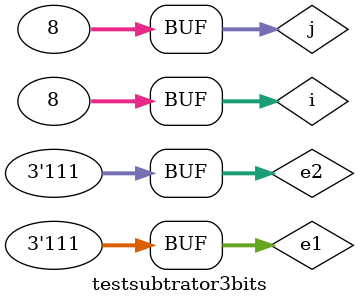
<source format=v>

module metodomeiadiferencanand(diferenca,sinal,e1,e2);
output diferenca,sinal;
input e1,e2;
wire temp1,temp2,temp3,temp4,temp5,temp6,temp7;

nor NOR1 (temp1,e1,e2);
nor NOR2 (temp2,e2,e2);
nor NOR3 (temp3,temp1,temp2);
nor NOR4 (temp4,e1,e2);
nor NOR5 (diferenca,temp3,temp4);
nor NOR6 (temp5,e2,e2);
nor NOR7 (temp6,e1,e1);
nor NOR8 (temp7,temp6,temp6);
nor NOR9 (sinal,temp5,temp7);


endmodule


module metodosomacompletanand(diferenca,sinal,e1,e2,e3);

output diferenca,sinal;
input e1,e2,e3;
wire temp1,temp2,temp3;

metodomeiadiferencanand DIFERENCANOR1 (temp1,temp2,e1,e2);
metodomeiadiferencanand DIFERENCANOR2 (diferenca,temp3,temp1,e3);
nor NOR1 (temp4,temp2,temp3);
nor NOR2 (sinal,temp4,temp4);


endmodule



module metododiferencacompleta3bits(diferenca,sinal,e1,e2);

output [2:0]diferenca;
output sinal;
input [2:0]e1,e2;
wire sinal1,sinal2;

metodomeiadiferencanand MEIADIFERENCA1 (diferenca[0],sinal1,e1[0],e2[0]);
metodosomacompletanand DIFERENCACOMPLETA2 (diferenca[1],sinal2,e1[1],e2[1],sinal1);
metodosomacompletanand DIFERENCACOMPLETA3 (diferenca[2],sinal,e1[2],e2[2],sinal2);


endmodule

module testsubtrator3bits;
reg [2:0]e1,e2;
wire [2:0]diferenca;
wire sinal;
integer i,j;


metododiferencacompleta3bits SOMACOMPLETA1 (diferenca,sinal,e1,e2);

initial begin: start
		e1=0; e2=0;
end


	initial begin:main

		$display("Circuito Diferenca Completa com 3 bits ");
		#1 $display(" e1 -     e2 = sinal  diferenca ");
		#1 $monitor(" %3b - %3b =   %b    %3b", e1,e2,sinal,diferenca);

		for( i=0; i<=7; i = i+1 )
		begin
			e1 = i;
			for ( j=0; j<=7; j = j+1 )
			begin
				#1 e2 = j;
			end
		end

	end

endmodule


/* Registrano os resultados

   
    Circuito Diferenca Completa com 3 bits 
     e1 -     e2 = sinal  diferenca 
     000 - 000 =   0    000
     000 - 001 =   1    000
     000 - 010 =   1    000
     000 - 011 =   1    000
     000 - 100 =   1    000
     000 - 101 =   1    000
     000 - 110 =   1    000
     001 - 111 =   1    000
     001 - 000 =   0    001
     001 - 001 =   0    000
     001 - 010 =   1    001
     001 - 011 =   1    000
     001 - 100 =   1    001
     001 - 101 =   1    000
     001 - 110 =   1    001
     010 - 111 =   1    000
     010 - 000 =   0    010
     010 - 001 =   0    000
     010 - 010 =   0    000
     010 - 011 =   1    000
     010 - 100 =   1    010
     010 - 101 =   1    000
     010 - 110 =   1    000
     011 - 111 =   1    000
     011 - 000 =   0    011
     011 - 001 =   0    010
     011 - 010 =   0    001
     011 - 011 =   0    000
     011 - 100 =   1    011
     011 - 101 =   1    010
     011 - 110 =   1    001
     100 - 111 =   1    000
     100 - 000 =   0    100
     100 - 001 =   0    000
     100 - 010 =   0    000
     100 - 011 =   0    000
     100 - 100 =   0    000
     100 - 101 =   1    000
     100 - 110 =   1    000
     101 - 111 =   1    000
     101 - 000 =   0    101
     101 - 001 =   0    100
     101 - 010 =   0    001
     101 - 011 =   0    000
     101 - 100 =   0    001
     101 - 101 =   0    000
     101 - 110 =   1    001
     110 - 111 =   1    000
     110 - 000 =   0    110
     110 - 001 =   0    100
     110 - 010 =   0    100
     110 - 011 =   0    000
     110 - 100 =   0    010
     110 - 101 =   0    000
     110 - 110 =   0    000
     111 - 111 =   0    000
     111 - 000 =   0    111
     111 - 001 =   0    110
     111 - 010 =   0    101
     111 - 011 =   0    100
     111 - 100 =   0    011
     111 - 101 =   0    010
     111 - 110 =   0    001
     111 - 111 =   0    000
    
     ----jGRASP: operation complete.
    
*/

</source>
